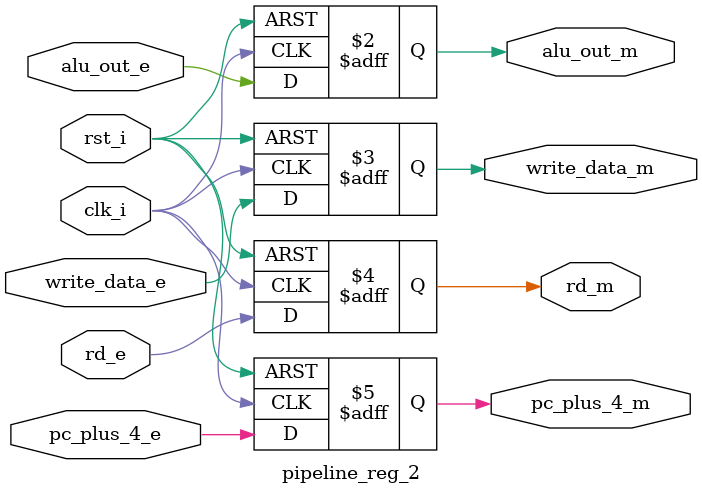
<source format=sv>
module pipeline_reg_2 #(
   parameter DW = 1
)(
   input  clk_i,
   input  rst_i,
   
   input  [DW-1:0] alu_out_e,          //alu_out in execute stage
   output [DW-1:0] alu_out_m,          //alu_out in memory stage

   input  [DW-1:0] write_data_e,       //write_data in execute stage
   output [DW-1:0] write_data_m,       //write_data in memory stage

   input  [DW-1:0] rd_e,               //destination register in execute stage
   output [DW-1:0] rd_m,               //destination register in memory stage

   input  [DW-1:0] pc_plus_4_e,        //PC plus 4 in execute stage
   output [DW-1:0] pc_plus_4_m,        //PC plus 4 in memory stage

);

   always_ff @ (posedge clk_i, posedge rst_i) begin : pipelined_register
      if (rst_i) begin : reset_block
         alu_out_m    <= '0;
         write_data_m <= '0;
         rd_m         <= '0;
         pc_plus_4_m  <= '0;
      end : reset_block

      else begin : to_next_stage
         alu_out_m    <= alu_out_e;
         write_data_m <= write_data_e;
         rd_m         <= rd_e;
         pc_plus_4_m  <= pc_plus_4_e;
      end : to_next_stage
      
   end : pipelined_register
endmodule
</source>
